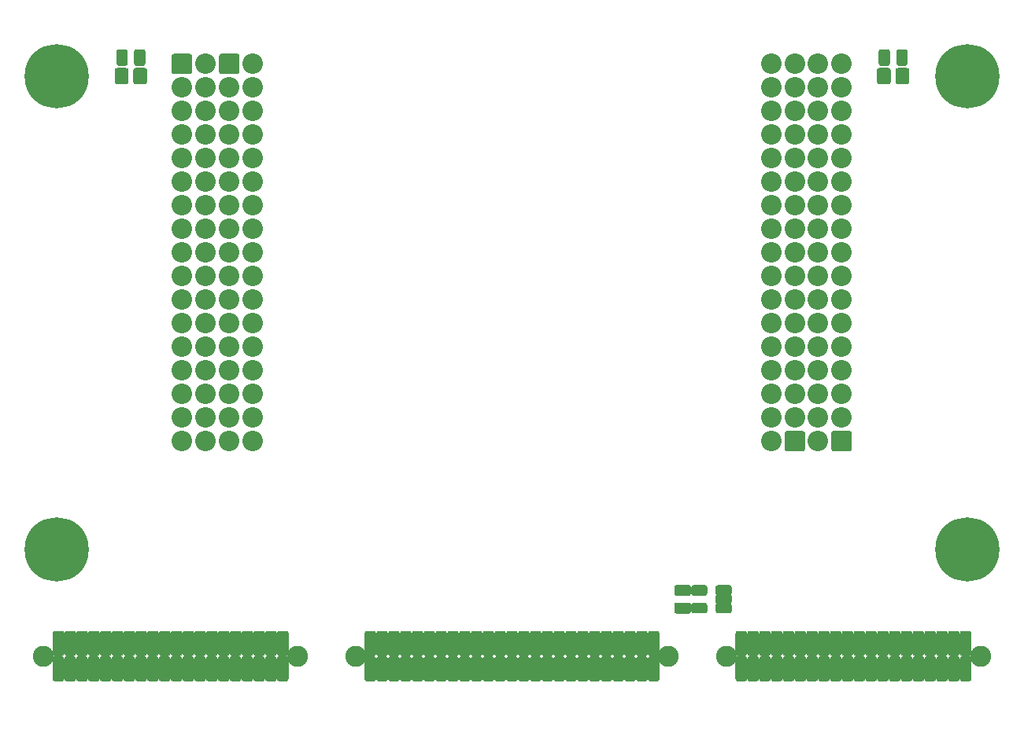
<source format=gts>
G04 #@! TF.GenerationSoftware,KiCad,Pcbnew,5.1.9+dfsg1-1~bpo10+1*
G04 #@! TF.CreationDate,2021-11-09T03:07:47+00:00*
G04 #@! TF.ProjectId,120-channel-pogo-pin-board,3132302d-6368-4616-9e6e-656c2d706f67,v3.4*
G04 #@! TF.SameCoordinates,Original*
G04 #@! TF.FileFunction,Soldermask,Top*
G04 #@! TF.FilePolarity,Negative*
%FSLAX46Y46*%
G04 Gerber Fmt 4.6, Leading zero omitted, Abs format (unit mm)*
G04 Created by KiCad (PCBNEW 5.1.9+dfsg1-1~bpo10+1) date 2021-11-09 03:07:47*
%MOMM*%
%LPD*%
G01*
G04 APERTURE LIST*
%ADD10O,2.208000X2.208000*%
%ADD11C,2.258000*%
%ADD12C,6.908000*%
G04 APERTURE END LIST*
G36*
G01*
X63379180Y-80537620D02*
X63379180Y-78837620D01*
G75*
G02*
X63633180Y-78583620I254000J0D01*
G01*
X65333180Y-78583620D01*
G75*
G02*
X65587180Y-78837620I0J-254000D01*
G01*
X65587180Y-80537620D01*
G75*
G02*
X65333180Y-80791620I-254000J0D01*
G01*
X63633180Y-80791620D01*
G75*
G02*
X63379180Y-80537620I0J254000D01*
G01*
G37*
D10*
X67023180Y-79687620D03*
X64483180Y-82227620D03*
X67023180Y-82227620D03*
X64483180Y-84767620D03*
X67023180Y-84767620D03*
X64483180Y-87307620D03*
X67023180Y-87307620D03*
X64483180Y-89847620D03*
X67023180Y-89847620D03*
X64483180Y-92387620D03*
X67023180Y-92387620D03*
X64483180Y-94927620D03*
X67023180Y-94927620D03*
X64483180Y-97467620D03*
X67023180Y-97467620D03*
X64483180Y-100007620D03*
X67023180Y-100007620D03*
X64483180Y-102547620D03*
X67023180Y-102547620D03*
X64483180Y-105087620D03*
X67023180Y-105087620D03*
X64483180Y-107627620D03*
X67023180Y-107627620D03*
X64483180Y-110167620D03*
X67023180Y-110167620D03*
X64483180Y-112707620D03*
X67023180Y-112707620D03*
X64483180Y-115247620D03*
X67023180Y-115247620D03*
X64483180Y-117787620D03*
X67023180Y-117787620D03*
X67023180Y-120327620D03*
X64483180Y-120327620D03*
G36*
G01*
X63284300Y-143226000D02*
X63284300Y-141006040D01*
G75*
G02*
X63538300Y-140752040I254000J0D01*
G01*
X64274900Y-140752040D01*
G75*
G02*
X64528900Y-141006040I0J-254000D01*
G01*
X64528900Y-143226000D01*
G75*
G02*
X64274900Y-143480000I-254000J0D01*
G01*
X63538300Y-143480000D01*
G75*
G02*
X63284300Y-143226000I0J254000D01*
G01*
G37*
G36*
G01*
X63284300Y-145953960D02*
X63284300Y-143734000D01*
G75*
G02*
X63538300Y-143480000I254000J0D01*
G01*
X64274900Y-143480000D01*
G75*
G02*
X64528900Y-143734000I0J-254000D01*
G01*
X64528900Y-145953960D01*
G75*
G02*
X64274900Y-146207960I-254000J0D01*
G01*
X63538300Y-146207960D01*
G75*
G02*
X63284300Y-145953960I0J254000D01*
G01*
G37*
G36*
G01*
X64554300Y-143226000D02*
X64554300Y-141006040D01*
G75*
G02*
X64808300Y-140752040I254000J0D01*
G01*
X65544900Y-140752040D01*
G75*
G02*
X65798900Y-141006040I0J-254000D01*
G01*
X65798900Y-143226000D01*
G75*
G02*
X65544900Y-143480000I-254000J0D01*
G01*
X64808300Y-143480000D01*
G75*
G02*
X64554300Y-143226000I0J254000D01*
G01*
G37*
G36*
G01*
X64554300Y-145953960D02*
X64554300Y-143734000D01*
G75*
G02*
X64808300Y-143480000I254000J0D01*
G01*
X65544900Y-143480000D01*
G75*
G02*
X65798900Y-143734000I0J-254000D01*
G01*
X65798900Y-145953960D01*
G75*
G02*
X65544900Y-146207960I-254000J0D01*
G01*
X64808300Y-146207960D01*
G75*
G02*
X64554300Y-145953960I0J254000D01*
G01*
G37*
G36*
G01*
X65824300Y-143226000D02*
X65824300Y-141006040D01*
G75*
G02*
X66078300Y-140752040I254000J0D01*
G01*
X66814900Y-140752040D01*
G75*
G02*
X67068900Y-141006040I0J-254000D01*
G01*
X67068900Y-143226000D01*
G75*
G02*
X66814900Y-143480000I-254000J0D01*
G01*
X66078300Y-143480000D01*
G75*
G02*
X65824300Y-143226000I0J254000D01*
G01*
G37*
G36*
G01*
X65824300Y-145953960D02*
X65824300Y-143734000D01*
G75*
G02*
X66078300Y-143480000I254000J0D01*
G01*
X66814900Y-143480000D01*
G75*
G02*
X67068900Y-143734000I0J-254000D01*
G01*
X67068900Y-145953960D01*
G75*
G02*
X66814900Y-146207960I-254000J0D01*
G01*
X66078300Y-146207960D01*
G75*
G02*
X65824300Y-145953960I0J254000D01*
G01*
G37*
G36*
G01*
X67094300Y-143226000D02*
X67094300Y-141006040D01*
G75*
G02*
X67348300Y-140752040I254000J0D01*
G01*
X68084900Y-140752040D01*
G75*
G02*
X68338900Y-141006040I0J-254000D01*
G01*
X68338900Y-143226000D01*
G75*
G02*
X68084900Y-143480000I-254000J0D01*
G01*
X67348300Y-143480000D01*
G75*
G02*
X67094300Y-143226000I0J254000D01*
G01*
G37*
G36*
G01*
X67094300Y-145953960D02*
X67094300Y-143734000D01*
G75*
G02*
X67348300Y-143480000I254000J0D01*
G01*
X68084900Y-143480000D01*
G75*
G02*
X68338900Y-143734000I0J-254000D01*
G01*
X68338900Y-145953960D01*
G75*
G02*
X68084900Y-146207960I-254000J0D01*
G01*
X67348300Y-146207960D01*
G75*
G02*
X67094300Y-145953960I0J254000D01*
G01*
G37*
G36*
G01*
X68364300Y-143226000D02*
X68364300Y-141006040D01*
G75*
G02*
X68618300Y-140752040I254000J0D01*
G01*
X69354900Y-140752040D01*
G75*
G02*
X69608900Y-141006040I0J-254000D01*
G01*
X69608900Y-143226000D01*
G75*
G02*
X69354900Y-143480000I-254000J0D01*
G01*
X68618300Y-143480000D01*
G75*
G02*
X68364300Y-143226000I0J254000D01*
G01*
G37*
G36*
G01*
X68364300Y-145953960D02*
X68364300Y-143734000D01*
G75*
G02*
X68618300Y-143480000I254000J0D01*
G01*
X69354900Y-143480000D01*
G75*
G02*
X69608900Y-143734000I0J-254000D01*
G01*
X69608900Y-145953960D01*
G75*
G02*
X69354900Y-146207960I-254000J0D01*
G01*
X68618300Y-146207960D01*
G75*
G02*
X68364300Y-145953960I0J254000D01*
G01*
G37*
G36*
G01*
X50584300Y-143226000D02*
X50584300Y-141006040D01*
G75*
G02*
X50838300Y-140752040I254000J0D01*
G01*
X51574900Y-140752040D01*
G75*
G02*
X51828900Y-141006040I0J-254000D01*
G01*
X51828900Y-143226000D01*
G75*
G02*
X51574900Y-143480000I-254000J0D01*
G01*
X50838300Y-143480000D01*
G75*
G02*
X50584300Y-143226000I0J254000D01*
G01*
G37*
G36*
G01*
X50584300Y-145953960D02*
X50584300Y-143734000D01*
G75*
G02*
X50838300Y-143480000I254000J0D01*
G01*
X51574900Y-143480000D01*
G75*
G02*
X51828900Y-143734000I0J-254000D01*
G01*
X51828900Y-145953960D01*
G75*
G02*
X51574900Y-146207960I-254000J0D01*
G01*
X50838300Y-146207960D01*
G75*
G02*
X50584300Y-145953960I0J254000D01*
G01*
G37*
G36*
G01*
X51854300Y-143226000D02*
X51854300Y-141006040D01*
G75*
G02*
X52108300Y-140752040I254000J0D01*
G01*
X52844900Y-140752040D01*
G75*
G02*
X53098900Y-141006040I0J-254000D01*
G01*
X53098900Y-143226000D01*
G75*
G02*
X52844900Y-143480000I-254000J0D01*
G01*
X52108300Y-143480000D01*
G75*
G02*
X51854300Y-143226000I0J254000D01*
G01*
G37*
G36*
G01*
X51854300Y-145953960D02*
X51854300Y-143734000D01*
G75*
G02*
X52108300Y-143480000I254000J0D01*
G01*
X52844900Y-143480000D01*
G75*
G02*
X53098900Y-143734000I0J-254000D01*
G01*
X53098900Y-145953960D01*
G75*
G02*
X52844900Y-146207960I-254000J0D01*
G01*
X52108300Y-146207960D01*
G75*
G02*
X51854300Y-145953960I0J254000D01*
G01*
G37*
G36*
G01*
X53124300Y-143226000D02*
X53124300Y-141006040D01*
G75*
G02*
X53378300Y-140752040I254000J0D01*
G01*
X54114900Y-140752040D01*
G75*
G02*
X54368900Y-141006040I0J-254000D01*
G01*
X54368900Y-143226000D01*
G75*
G02*
X54114900Y-143480000I-254000J0D01*
G01*
X53378300Y-143480000D01*
G75*
G02*
X53124300Y-143226000I0J254000D01*
G01*
G37*
G36*
G01*
X53124300Y-145953960D02*
X53124300Y-143734000D01*
G75*
G02*
X53378300Y-143480000I254000J0D01*
G01*
X54114900Y-143480000D01*
G75*
G02*
X54368900Y-143734000I0J-254000D01*
G01*
X54368900Y-145953960D01*
G75*
G02*
X54114900Y-146207960I-254000J0D01*
G01*
X53378300Y-146207960D01*
G75*
G02*
X53124300Y-145953960I0J254000D01*
G01*
G37*
G36*
G01*
X54394300Y-143226000D02*
X54394300Y-141006040D01*
G75*
G02*
X54648300Y-140752040I254000J0D01*
G01*
X55384900Y-140752040D01*
G75*
G02*
X55638900Y-141006040I0J-254000D01*
G01*
X55638900Y-143226000D01*
G75*
G02*
X55384900Y-143480000I-254000J0D01*
G01*
X54648300Y-143480000D01*
G75*
G02*
X54394300Y-143226000I0J254000D01*
G01*
G37*
G36*
G01*
X54394300Y-145953960D02*
X54394300Y-143734000D01*
G75*
G02*
X54648300Y-143480000I254000J0D01*
G01*
X55384900Y-143480000D01*
G75*
G02*
X55638900Y-143734000I0J-254000D01*
G01*
X55638900Y-145953960D01*
G75*
G02*
X55384900Y-146207960I-254000J0D01*
G01*
X54648300Y-146207960D01*
G75*
G02*
X54394300Y-145953960I0J254000D01*
G01*
G37*
G36*
G01*
X55664300Y-143226000D02*
X55664300Y-141006040D01*
G75*
G02*
X55918300Y-140752040I254000J0D01*
G01*
X56654900Y-140752040D01*
G75*
G02*
X56908900Y-141006040I0J-254000D01*
G01*
X56908900Y-143226000D01*
G75*
G02*
X56654900Y-143480000I-254000J0D01*
G01*
X55918300Y-143480000D01*
G75*
G02*
X55664300Y-143226000I0J254000D01*
G01*
G37*
G36*
G01*
X55664300Y-145953960D02*
X55664300Y-143734000D01*
G75*
G02*
X55918300Y-143480000I254000J0D01*
G01*
X56654900Y-143480000D01*
G75*
G02*
X56908900Y-143734000I0J-254000D01*
G01*
X56908900Y-145953960D01*
G75*
G02*
X56654900Y-146207960I-254000J0D01*
G01*
X55918300Y-146207960D01*
G75*
G02*
X55664300Y-145953960I0J254000D01*
G01*
G37*
G36*
G01*
X74714300Y-145953960D02*
X74714300Y-143734000D01*
G75*
G02*
X74968300Y-143480000I254000J0D01*
G01*
X75704900Y-143480000D01*
G75*
G02*
X75958900Y-143734000I0J-254000D01*
G01*
X75958900Y-145953960D01*
G75*
G02*
X75704900Y-146207960I-254000J0D01*
G01*
X74968300Y-146207960D01*
G75*
G02*
X74714300Y-145953960I0J254000D01*
G01*
G37*
G36*
G01*
X74714300Y-143226000D02*
X74714300Y-141006040D01*
G75*
G02*
X74968300Y-140752040I254000J0D01*
G01*
X75704900Y-140752040D01*
G75*
G02*
X75958900Y-141006040I0J-254000D01*
G01*
X75958900Y-143226000D01*
G75*
G02*
X75704900Y-143480000I-254000J0D01*
G01*
X74968300Y-143480000D01*
G75*
G02*
X74714300Y-143226000I0J254000D01*
G01*
G37*
G36*
G01*
X73444300Y-145953960D02*
X73444300Y-143734000D01*
G75*
G02*
X73698300Y-143480000I254000J0D01*
G01*
X74434900Y-143480000D01*
G75*
G02*
X74688900Y-143734000I0J-254000D01*
G01*
X74688900Y-145953960D01*
G75*
G02*
X74434900Y-146207960I-254000J0D01*
G01*
X73698300Y-146207960D01*
G75*
G02*
X73444300Y-145953960I0J254000D01*
G01*
G37*
G36*
G01*
X73444300Y-143226000D02*
X73444300Y-141006040D01*
G75*
G02*
X73698300Y-140752040I254000J0D01*
G01*
X74434900Y-140752040D01*
G75*
G02*
X74688900Y-141006040I0J-254000D01*
G01*
X74688900Y-143226000D01*
G75*
G02*
X74434900Y-143480000I-254000J0D01*
G01*
X73698300Y-143480000D01*
G75*
G02*
X73444300Y-143226000I0J254000D01*
G01*
G37*
G36*
G01*
X72174300Y-145953960D02*
X72174300Y-143734000D01*
G75*
G02*
X72428300Y-143480000I254000J0D01*
G01*
X73164900Y-143480000D01*
G75*
G02*
X73418900Y-143734000I0J-254000D01*
G01*
X73418900Y-145953960D01*
G75*
G02*
X73164900Y-146207960I-254000J0D01*
G01*
X72428300Y-146207960D01*
G75*
G02*
X72174300Y-145953960I0J254000D01*
G01*
G37*
G36*
G01*
X72174300Y-143226000D02*
X72174300Y-141006040D01*
G75*
G02*
X72428300Y-140752040I254000J0D01*
G01*
X73164900Y-140752040D01*
G75*
G02*
X73418900Y-141006040I0J-254000D01*
G01*
X73418900Y-143226000D01*
G75*
G02*
X73164900Y-143480000I-254000J0D01*
G01*
X72428300Y-143480000D01*
G75*
G02*
X72174300Y-143226000I0J254000D01*
G01*
G37*
G36*
G01*
X70904300Y-145953960D02*
X70904300Y-143734000D01*
G75*
G02*
X71158300Y-143480000I254000J0D01*
G01*
X71894900Y-143480000D01*
G75*
G02*
X72148900Y-143734000I0J-254000D01*
G01*
X72148900Y-145953960D01*
G75*
G02*
X71894900Y-146207960I-254000J0D01*
G01*
X71158300Y-146207960D01*
G75*
G02*
X70904300Y-145953960I0J254000D01*
G01*
G37*
G36*
G01*
X70904300Y-143226000D02*
X70904300Y-141006040D01*
G75*
G02*
X71158300Y-140752040I254000J0D01*
G01*
X71894900Y-140752040D01*
G75*
G02*
X72148900Y-141006040I0J-254000D01*
G01*
X72148900Y-143226000D01*
G75*
G02*
X71894900Y-143480000I-254000J0D01*
G01*
X71158300Y-143480000D01*
G75*
G02*
X70904300Y-143226000I0J254000D01*
G01*
G37*
G36*
G01*
X69634300Y-145953960D02*
X69634300Y-143734000D01*
G75*
G02*
X69888300Y-143480000I254000J0D01*
G01*
X70624900Y-143480000D01*
G75*
G02*
X70878900Y-143734000I0J-254000D01*
G01*
X70878900Y-145953960D01*
G75*
G02*
X70624900Y-146207960I-254000J0D01*
G01*
X69888300Y-146207960D01*
G75*
G02*
X69634300Y-145953960I0J254000D01*
G01*
G37*
G36*
G01*
X69634300Y-143226000D02*
X69634300Y-141006040D01*
G75*
G02*
X69888300Y-140752040I254000J0D01*
G01*
X70624900Y-140752040D01*
G75*
G02*
X70878900Y-141006040I0J-254000D01*
G01*
X70878900Y-143226000D01*
G75*
G02*
X70624900Y-143480000I-254000J0D01*
G01*
X69888300Y-143480000D01*
G75*
G02*
X69634300Y-143226000I0J254000D01*
G01*
G37*
G36*
G01*
X62014300Y-145953960D02*
X62014300Y-143734000D01*
G75*
G02*
X62268300Y-143480000I254000J0D01*
G01*
X63004900Y-143480000D01*
G75*
G02*
X63258900Y-143734000I0J-254000D01*
G01*
X63258900Y-145953960D01*
G75*
G02*
X63004900Y-146207960I-254000J0D01*
G01*
X62268300Y-146207960D01*
G75*
G02*
X62014300Y-145953960I0J254000D01*
G01*
G37*
G36*
G01*
X62014300Y-143226000D02*
X62014300Y-141006040D01*
G75*
G02*
X62268300Y-140752040I254000J0D01*
G01*
X63004900Y-140752040D01*
G75*
G02*
X63258900Y-141006040I0J-254000D01*
G01*
X63258900Y-143226000D01*
G75*
G02*
X63004900Y-143480000I-254000J0D01*
G01*
X62268300Y-143480000D01*
G75*
G02*
X62014300Y-143226000I0J254000D01*
G01*
G37*
G36*
G01*
X60744300Y-145953960D02*
X60744300Y-143734000D01*
G75*
G02*
X60998300Y-143480000I254000J0D01*
G01*
X61734900Y-143480000D01*
G75*
G02*
X61988900Y-143734000I0J-254000D01*
G01*
X61988900Y-145953960D01*
G75*
G02*
X61734900Y-146207960I-254000J0D01*
G01*
X60998300Y-146207960D01*
G75*
G02*
X60744300Y-145953960I0J254000D01*
G01*
G37*
G36*
G01*
X60744300Y-143226000D02*
X60744300Y-141006040D01*
G75*
G02*
X60998300Y-140752040I254000J0D01*
G01*
X61734900Y-140752040D01*
G75*
G02*
X61988900Y-141006040I0J-254000D01*
G01*
X61988900Y-143226000D01*
G75*
G02*
X61734900Y-143480000I-254000J0D01*
G01*
X60998300Y-143480000D01*
G75*
G02*
X60744300Y-143226000I0J254000D01*
G01*
G37*
G36*
G01*
X59474300Y-145953960D02*
X59474300Y-143734000D01*
G75*
G02*
X59728300Y-143480000I254000J0D01*
G01*
X60464900Y-143480000D01*
G75*
G02*
X60718900Y-143734000I0J-254000D01*
G01*
X60718900Y-145953960D01*
G75*
G02*
X60464900Y-146207960I-254000J0D01*
G01*
X59728300Y-146207960D01*
G75*
G02*
X59474300Y-145953960I0J254000D01*
G01*
G37*
G36*
G01*
X59474300Y-143226000D02*
X59474300Y-141006040D01*
G75*
G02*
X59728300Y-140752040I254000J0D01*
G01*
X60464900Y-140752040D01*
G75*
G02*
X60718900Y-141006040I0J-254000D01*
G01*
X60718900Y-143226000D01*
G75*
G02*
X60464900Y-143480000I-254000J0D01*
G01*
X59728300Y-143480000D01*
G75*
G02*
X59474300Y-143226000I0J254000D01*
G01*
G37*
G36*
G01*
X58204300Y-145953960D02*
X58204300Y-143734000D01*
G75*
G02*
X58458300Y-143480000I254000J0D01*
G01*
X59194900Y-143480000D01*
G75*
G02*
X59448900Y-143734000I0J-254000D01*
G01*
X59448900Y-145953960D01*
G75*
G02*
X59194900Y-146207960I-254000J0D01*
G01*
X58458300Y-146207960D01*
G75*
G02*
X58204300Y-145953960I0J254000D01*
G01*
G37*
G36*
G01*
X58204300Y-143226000D02*
X58204300Y-141006040D01*
G75*
G02*
X58458300Y-140752040I254000J0D01*
G01*
X59194900Y-140752040D01*
G75*
G02*
X59448900Y-141006040I0J-254000D01*
G01*
X59448900Y-143226000D01*
G75*
G02*
X59194900Y-143480000I-254000J0D01*
G01*
X58458300Y-143480000D01*
G75*
G02*
X58204300Y-143226000I0J254000D01*
G01*
G37*
G36*
G01*
X56934300Y-145953960D02*
X56934300Y-143734000D01*
G75*
G02*
X57188300Y-143480000I254000J0D01*
G01*
X57924900Y-143480000D01*
G75*
G02*
X58178900Y-143734000I0J-254000D01*
G01*
X58178900Y-145953960D01*
G75*
G02*
X57924900Y-146207960I-254000J0D01*
G01*
X57188300Y-146207960D01*
G75*
G02*
X56934300Y-145953960I0J254000D01*
G01*
G37*
G36*
G01*
X56934300Y-143226000D02*
X56934300Y-141006040D01*
G75*
G02*
X57188300Y-140752040I254000J0D01*
G01*
X57924900Y-140752040D01*
G75*
G02*
X58178900Y-141006040I0J-254000D01*
G01*
X58178900Y-143226000D01*
G75*
G02*
X57924900Y-143480000I-254000J0D01*
G01*
X57188300Y-143480000D01*
G75*
G02*
X56934300Y-143226000I0J254000D01*
G01*
G37*
D11*
X49619100Y-143480000D03*
X76924100Y-143480000D03*
D12*
X149000000Y-81000000D03*
X51000000Y-81000000D03*
X149000000Y-132000000D03*
X51000000Y-132000000D03*
G36*
G01*
X139246000Y-81625000D02*
X139246000Y-80375000D01*
G75*
G02*
X139500000Y-80121000I254000J0D01*
G01*
X140500000Y-80121000D01*
G75*
G02*
X140754000Y-80375000I0J-254000D01*
G01*
X140754000Y-81625000D01*
G75*
G02*
X140500000Y-81879000I-254000J0D01*
G01*
X139500000Y-81879000D01*
G75*
G02*
X139246000Y-81625000I0J254000D01*
G01*
G37*
G36*
G01*
X141246000Y-81625000D02*
X141246000Y-80375000D01*
G75*
G02*
X141500000Y-80121000I254000J0D01*
G01*
X142500000Y-80121000D01*
G75*
G02*
X142754000Y-80375000I0J-254000D01*
G01*
X142754000Y-81625000D01*
G75*
G02*
X142500000Y-81879000I-254000J0D01*
G01*
X141500000Y-81879000D01*
G75*
G02*
X141246000Y-81625000I0J254000D01*
G01*
G37*
G36*
G01*
X60754000Y-80375000D02*
X60754000Y-81625000D01*
G75*
G02*
X60500000Y-81879000I-254000J0D01*
G01*
X59500000Y-81879000D01*
G75*
G02*
X59246000Y-81625000I0J254000D01*
G01*
X59246000Y-80375000D01*
G75*
G02*
X59500000Y-80121000I254000J0D01*
G01*
X60500000Y-80121000D01*
G75*
G02*
X60754000Y-80375000I0J-254000D01*
G01*
G37*
G36*
G01*
X58754000Y-80375000D02*
X58754000Y-81625000D01*
G75*
G02*
X58500000Y-81879000I-254000J0D01*
G01*
X57500000Y-81879000D01*
G75*
G02*
X57246000Y-81625000I0J254000D01*
G01*
X57246000Y-80375000D01*
G75*
G02*
X57500000Y-80121000I254000J0D01*
G01*
X58500000Y-80121000D01*
G75*
G02*
X58754000Y-80375000I0J-254000D01*
G01*
G37*
G36*
G01*
X139446000Y-79650000D02*
X139446000Y-78350000D01*
G75*
G02*
X139700000Y-78096000I254000J0D01*
G01*
X140400000Y-78096000D01*
G75*
G02*
X140654000Y-78350000I0J-254000D01*
G01*
X140654000Y-79650000D01*
G75*
G02*
X140400000Y-79904000I-254000J0D01*
G01*
X139700000Y-79904000D01*
G75*
G02*
X139446000Y-79650000I0J254000D01*
G01*
G37*
G36*
G01*
X141346000Y-79650000D02*
X141346000Y-78350000D01*
G75*
G02*
X141600000Y-78096000I254000J0D01*
G01*
X142300000Y-78096000D01*
G75*
G02*
X142554000Y-78350000I0J-254000D01*
G01*
X142554000Y-79650000D01*
G75*
G02*
X142300000Y-79904000I-254000J0D01*
G01*
X141600000Y-79904000D01*
G75*
G02*
X141346000Y-79650000I0J254000D01*
G01*
G37*
G36*
G01*
X60554000Y-78350000D02*
X60554000Y-79650000D01*
G75*
G02*
X60300000Y-79904000I-254000J0D01*
G01*
X59600000Y-79904000D01*
G75*
G02*
X59346000Y-79650000I0J254000D01*
G01*
X59346000Y-78350000D01*
G75*
G02*
X59600000Y-78096000I254000J0D01*
G01*
X60300000Y-78096000D01*
G75*
G02*
X60554000Y-78350000I0J-254000D01*
G01*
G37*
G36*
G01*
X58654000Y-78350000D02*
X58654000Y-79650000D01*
G75*
G02*
X58400000Y-79904000I-254000J0D01*
G01*
X57700000Y-79904000D01*
G75*
G02*
X57446000Y-79650000I0J254000D01*
G01*
X57446000Y-78350000D01*
G75*
G02*
X57700000Y-78096000I254000J0D01*
G01*
X58400000Y-78096000D01*
G75*
G02*
X58654000Y-78350000I0J-254000D01*
G01*
G37*
G36*
G01*
X119000000Y-138904000D02*
X117700000Y-138904000D01*
G75*
G02*
X117446000Y-138650000I0J254000D01*
G01*
X117446000Y-137950000D01*
G75*
G02*
X117700000Y-137696000I254000J0D01*
G01*
X119000000Y-137696000D01*
G75*
G02*
X119254000Y-137950000I0J-254000D01*
G01*
X119254000Y-138650000D01*
G75*
G02*
X119000000Y-138904000I-254000J0D01*
G01*
G37*
G36*
G01*
X119000000Y-137004000D02*
X117700000Y-137004000D01*
G75*
G02*
X117446000Y-136750000I0J254000D01*
G01*
X117446000Y-136050000D01*
G75*
G02*
X117700000Y-135796000I254000J0D01*
G01*
X119000000Y-135796000D01*
G75*
G02*
X119254000Y-136050000I0J-254000D01*
G01*
X119254000Y-136750000D01*
G75*
G02*
X119000000Y-137004000I-254000J0D01*
G01*
G37*
G36*
G01*
X123624000Y-137975000D02*
X123624000Y-138625000D01*
G75*
G02*
X123370000Y-138879000I-254000J0D01*
G01*
X122150000Y-138879000D01*
G75*
G02*
X121896000Y-138625000I0J254000D01*
G01*
X121896000Y-137975000D01*
G75*
G02*
X122150000Y-137721000I254000J0D01*
G01*
X123370000Y-137721000D01*
G75*
G02*
X123624000Y-137975000I0J-254000D01*
G01*
G37*
G36*
G01*
X123624000Y-137025000D02*
X123624000Y-137675000D01*
G75*
G02*
X123370000Y-137929000I-254000J0D01*
G01*
X122150000Y-137929000D01*
G75*
G02*
X121896000Y-137675000I0J254000D01*
G01*
X121896000Y-137025000D01*
G75*
G02*
X122150000Y-136771000I254000J0D01*
G01*
X123370000Y-136771000D01*
G75*
G02*
X123624000Y-137025000I0J-254000D01*
G01*
G37*
G36*
G01*
X123624000Y-136075000D02*
X123624000Y-136725000D01*
G75*
G02*
X123370000Y-136979000I-254000J0D01*
G01*
X122150000Y-136979000D01*
G75*
G02*
X121896000Y-136725000I0J254000D01*
G01*
X121896000Y-136075000D01*
G75*
G02*
X122150000Y-135821000I254000J0D01*
G01*
X123370000Y-135821000D01*
G75*
G02*
X123624000Y-136075000I0J-254000D01*
G01*
G37*
G36*
G01*
X121004000Y-136075000D02*
X121004000Y-136725000D01*
G75*
G02*
X120750000Y-136979000I-254000J0D01*
G01*
X119530000Y-136979000D01*
G75*
G02*
X119276000Y-136725000I0J254000D01*
G01*
X119276000Y-136075000D01*
G75*
G02*
X119530000Y-135821000I254000J0D01*
G01*
X120750000Y-135821000D01*
G75*
G02*
X121004000Y-136075000I0J-254000D01*
G01*
G37*
G36*
G01*
X121004000Y-137975000D02*
X121004000Y-138625000D01*
G75*
G02*
X120750000Y-138879000I-254000J0D01*
G01*
X119530000Y-138879000D01*
G75*
G02*
X119276000Y-138625000I0J254000D01*
G01*
X119276000Y-137975000D01*
G75*
G02*
X119530000Y-137721000I254000J0D01*
G01*
X120750000Y-137721000D01*
G75*
G02*
X121004000Y-137975000I0J-254000D01*
G01*
G37*
G36*
G01*
X85407700Y-145953960D02*
X85407700Y-143734000D01*
G75*
G02*
X85661700Y-143480000I254000J0D01*
G01*
X86398300Y-143480000D01*
G75*
G02*
X86652300Y-143734000I0J-254000D01*
G01*
X86652300Y-145953960D01*
G75*
G02*
X86398300Y-146207960I-254000J0D01*
G01*
X85661700Y-146207960D01*
G75*
G02*
X85407700Y-145953960I0J254000D01*
G01*
G37*
G36*
G01*
X85407700Y-143226000D02*
X85407700Y-141006040D01*
G75*
G02*
X85661700Y-140752040I254000J0D01*
G01*
X86398300Y-140752040D01*
G75*
G02*
X86652300Y-141006040I0J-254000D01*
G01*
X86652300Y-143226000D01*
G75*
G02*
X86398300Y-143480000I-254000J0D01*
G01*
X85661700Y-143480000D01*
G75*
G02*
X85407700Y-143226000I0J254000D01*
G01*
G37*
G36*
G01*
X94297700Y-145953960D02*
X94297700Y-143734000D01*
G75*
G02*
X94551700Y-143480000I254000J0D01*
G01*
X95288300Y-143480000D01*
G75*
G02*
X95542300Y-143734000I0J-254000D01*
G01*
X95542300Y-145953960D01*
G75*
G02*
X95288300Y-146207960I-254000J0D01*
G01*
X94551700Y-146207960D01*
G75*
G02*
X94297700Y-145953960I0J254000D01*
G01*
G37*
G36*
G01*
X94297700Y-143226000D02*
X94297700Y-141006040D01*
G75*
G02*
X94551700Y-140752040I254000J0D01*
G01*
X95288300Y-140752040D01*
G75*
G02*
X95542300Y-141006040I0J-254000D01*
G01*
X95542300Y-143226000D01*
G75*
G02*
X95288300Y-143480000I-254000J0D01*
G01*
X94551700Y-143480000D01*
G75*
G02*
X94297700Y-143226000I0J254000D01*
G01*
G37*
G36*
G01*
X93027700Y-145953960D02*
X93027700Y-143734000D01*
G75*
G02*
X93281700Y-143480000I254000J0D01*
G01*
X94018300Y-143480000D01*
G75*
G02*
X94272300Y-143734000I0J-254000D01*
G01*
X94272300Y-145953960D01*
G75*
G02*
X94018300Y-146207960I-254000J0D01*
G01*
X93281700Y-146207960D01*
G75*
G02*
X93027700Y-145953960I0J254000D01*
G01*
G37*
G36*
G01*
X93027700Y-143226000D02*
X93027700Y-141006040D01*
G75*
G02*
X93281700Y-140752040I254000J0D01*
G01*
X94018300Y-140752040D01*
G75*
G02*
X94272300Y-141006040I0J-254000D01*
G01*
X94272300Y-143226000D01*
G75*
G02*
X94018300Y-143480000I-254000J0D01*
G01*
X93281700Y-143480000D01*
G75*
G02*
X93027700Y-143226000I0J254000D01*
G01*
G37*
G36*
G01*
X91757700Y-145953960D02*
X91757700Y-143734000D01*
G75*
G02*
X92011700Y-143480000I254000J0D01*
G01*
X92748300Y-143480000D01*
G75*
G02*
X93002300Y-143734000I0J-254000D01*
G01*
X93002300Y-145953960D01*
G75*
G02*
X92748300Y-146207960I-254000J0D01*
G01*
X92011700Y-146207960D01*
G75*
G02*
X91757700Y-145953960I0J254000D01*
G01*
G37*
G36*
G01*
X91757700Y-143226000D02*
X91757700Y-141006040D01*
G75*
G02*
X92011700Y-140752040I254000J0D01*
G01*
X92748300Y-140752040D01*
G75*
G02*
X93002300Y-141006040I0J-254000D01*
G01*
X93002300Y-143226000D01*
G75*
G02*
X92748300Y-143480000I-254000J0D01*
G01*
X92011700Y-143480000D01*
G75*
G02*
X91757700Y-143226000I0J254000D01*
G01*
G37*
G36*
G01*
X90487700Y-145953960D02*
X90487700Y-143734000D01*
G75*
G02*
X90741700Y-143480000I254000J0D01*
G01*
X91478300Y-143480000D01*
G75*
G02*
X91732300Y-143734000I0J-254000D01*
G01*
X91732300Y-145953960D01*
G75*
G02*
X91478300Y-146207960I-254000J0D01*
G01*
X90741700Y-146207960D01*
G75*
G02*
X90487700Y-145953960I0J254000D01*
G01*
G37*
G36*
G01*
X90487700Y-143226000D02*
X90487700Y-141006040D01*
G75*
G02*
X90741700Y-140752040I254000J0D01*
G01*
X91478300Y-140752040D01*
G75*
G02*
X91732300Y-141006040I0J-254000D01*
G01*
X91732300Y-143226000D01*
G75*
G02*
X91478300Y-143480000I-254000J0D01*
G01*
X90741700Y-143480000D01*
G75*
G02*
X90487700Y-143226000I0J254000D01*
G01*
G37*
G36*
G01*
X103187700Y-143226000D02*
X103187700Y-141006040D01*
G75*
G02*
X103441700Y-140752040I254000J0D01*
G01*
X104178300Y-140752040D01*
G75*
G02*
X104432300Y-141006040I0J-254000D01*
G01*
X104432300Y-143226000D01*
G75*
G02*
X104178300Y-143480000I-254000J0D01*
G01*
X103441700Y-143480000D01*
G75*
G02*
X103187700Y-143226000I0J254000D01*
G01*
G37*
G36*
G01*
X103187700Y-145953960D02*
X103187700Y-143734000D01*
G75*
G02*
X103441700Y-143480000I254000J0D01*
G01*
X104178300Y-143480000D01*
G75*
G02*
X104432300Y-143734000I0J-254000D01*
G01*
X104432300Y-145953960D01*
G75*
G02*
X104178300Y-146207960I-254000J0D01*
G01*
X103441700Y-146207960D01*
G75*
G02*
X103187700Y-145953960I0J254000D01*
G01*
G37*
G36*
G01*
X104457700Y-143226000D02*
X104457700Y-141006040D01*
G75*
G02*
X104711700Y-140752040I254000J0D01*
G01*
X105448300Y-140752040D01*
G75*
G02*
X105702300Y-141006040I0J-254000D01*
G01*
X105702300Y-143226000D01*
G75*
G02*
X105448300Y-143480000I-254000J0D01*
G01*
X104711700Y-143480000D01*
G75*
G02*
X104457700Y-143226000I0J254000D01*
G01*
G37*
G36*
G01*
X104457700Y-145953960D02*
X104457700Y-143734000D01*
G75*
G02*
X104711700Y-143480000I254000J0D01*
G01*
X105448300Y-143480000D01*
G75*
G02*
X105702300Y-143734000I0J-254000D01*
G01*
X105702300Y-145953960D01*
G75*
G02*
X105448300Y-146207960I-254000J0D01*
G01*
X104711700Y-146207960D01*
G75*
G02*
X104457700Y-145953960I0J254000D01*
G01*
G37*
G36*
G01*
X105727700Y-143226000D02*
X105727700Y-141006040D01*
G75*
G02*
X105981700Y-140752040I254000J0D01*
G01*
X106718300Y-140752040D01*
G75*
G02*
X106972300Y-141006040I0J-254000D01*
G01*
X106972300Y-143226000D01*
G75*
G02*
X106718300Y-143480000I-254000J0D01*
G01*
X105981700Y-143480000D01*
G75*
G02*
X105727700Y-143226000I0J254000D01*
G01*
G37*
G36*
G01*
X105727700Y-145953960D02*
X105727700Y-143734000D01*
G75*
G02*
X105981700Y-143480000I254000J0D01*
G01*
X106718300Y-143480000D01*
G75*
G02*
X106972300Y-143734000I0J-254000D01*
G01*
X106972300Y-145953960D01*
G75*
G02*
X106718300Y-146207960I-254000J0D01*
G01*
X105981700Y-146207960D01*
G75*
G02*
X105727700Y-145953960I0J254000D01*
G01*
G37*
G36*
G01*
X106997700Y-143226000D02*
X106997700Y-141006040D01*
G75*
G02*
X107251700Y-140752040I254000J0D01*
G01*
X107988300Y-140752040D01*
G75*
G02*
X108242300Y-141006040I0J-254000D01*
G01*
X108242300Y-143226000D01*
G75*
G02*
X107988300Y-143480000I-254000J0D01*
G01*
X107251700Y-143480000D01*
G75*
G02*
X106997700Y-143226000I0J254000D01*
G01*
G37*
G36*
G01*
X106997700Y-145953960D02*
X106997700Y-143734000D01*
G75*
G02*
X107251700Y-143480000I254000J0D01*
G01*
X107988300Y-143480000D01*
G75*
G02*
X108242300Y-143734000I0J-254000D01*
G01*
X108242300Y-145953960D01*
G75*
G02*
X107988300Y-146207960I-254000J0D01*
G01*
X107251700Y-146207960D01*
G75*
G02*
X106997700Y-145953960I0J254000D01*
G01*
G37*
G36*
G01*
X108267700Y-143226000D02*
X108267700Y-141006040D01*
G75*
G02*
X108521700Y-140752040I254000J0D01*
G01*
X109258300Y-140752040D01*
G75*
G02*
X109512300Y-141006040I0J-254000D01*
G01*
X109512300Y-143226000D01*
G75*
G02*
X109258300Y-143480000I-254000J0D01*
G01*
X108521700Y-143480000D01*
G75*
G02*
X108267700Y-143226000I0J254000D01*
G01*
G37*
G36*
G01*
X108267700Y-145953960D02*
X108267700Y-143734000D01*
G75*
G02*
X108521700Y-143480000I254000J0D01*
G01*
X109258300Y-143480000D01*
G75*
G02*
X109512300Y-143734000I0J-254000D01*
G01*
X109512300Y-145953960D01*
G75*
G02*
X109258300Y-146207960I-254000J0D01*
G01*
X108521700Y-146207960D01*
G75*
G02*
X108267700Y-145953960I0J254000D01*
G01*
G37*
G36*
G01*
X84137700Y-143226000D02*
X84137700Y-141006040D01*
G75*
G02*
X84391700Y-140752040I254000J0D01*
G01*
X85128300Y-140752040D01*
G75*
G02*
X85382300Y-141006040I0J-254000D01*
G01*
X85382300Y-143226000D01*
G75*
G02*
X85128300Y-143480000I-254000J0D01*
G01*
X84391700Y-143480000D01*
G75*
G02*
X84137700Y-143226000I0J254000D01*
G01*
G37*
G36*
G01*
X84137700Y-145953960D02*
X84137700Y-143734000D01*
G75*
G02*
X84391700Y-143480000I254000J0D01*
G01*
X85128300Y-143480000D01*
G75*
G02*
X85382300Y-143734000I0J-254000D01*
G01*
X85382300Y-145953960D01*
G75*
G02*
X85128300Y-146207960I-254000J0D01*
G01*
X84391700Y-146207960D01*
G75*
G02*
X84137700Y-145953960I0J254000D01*
G01*
G37*
G36*
G01*
X86677700Y-143226000D02*
X86677700Y-141006040D01*
G75*
G02*
X86931700Y-140752040I254000J0D01*
G01*
X87668300Y-140752040D01*
G75*
G02*
X87922300Y-141006040I0J-254000D01*
G01*
X87922300Y-143226000D01*
G75*
G02*
X87668300Y-143480000I-254000J0D01*
G01*
X86931700Y-143480000D01*
G75*
G02*
X86677700Y-143226000I0J254000D01*
G01*
G37*
G36*
G01*
X86677700Y-145953960D02*
X86677700Y-143734000D01*
G75*
G02*
X86931700Y-143480000I254000J0D01*
G01*
X87668300Y-143480000D01*
G75*
G02*
X87922300Y-143734000I0J-254000D01*
G01*
X87922300Y-145953960D01*
G75*
G02*
X87668300Y-146207960I-254000J0D01*
G01*
X86931700Y-146207960D01*
G75*
G02*
X86677700Y-145953960I0J254000D01*
G01*
G37*
G36*
G01*
X87947700Y-143226000D02*
X87947700Y-141006040D01*
G75*
G02*
X88201700Y-140752040I254000J0D01*
G01*
X88938300Y-140752040D01*
G75*
G02*
X89192300Y-141006040I0J-254000D01*
G01*
X89192300Y-143226000D01*
G75*
G02*
X88938300Y-143480000I-254000J0D01*
G01*
X88201700Y-143480000D01*
G75*
G02*
X87947700Y-143226000I0J254000D01*
G01*
G37*
G36*
G01*
X87947700Y-145953960D02*
X87947700Y-143734000D01*
G75*
G02*
X88201700Y-143480000I254000J0D01*
G01*
X88938300Y-143480000D01*
G75*
G02*
X89192300Y-143734000I0J-254000D01*
G01*
X89192300Y-145953960D01*
G75*
G02*
X88938300Y-146207960I-254000J0D01*
G01*
X88201700Y-146207960D01*
G75*
G02*
X87947700Y-145953960I0J254000D01*
G01*
G37*
G36*
G01*
X89217700Y-143226000D02*
X89217700Y-141006040D01*
G75*
G02*
X89471700Y-140752040I254000J0D01*
G01*
X90208300Y-140752040D01*
G75*
G02*
X90462300Y-141006040I0J-254000D01*
G01*
X90462300Y-143226000D01*
G75*
G02*
X90208300Y-143480000I-254000J0D01*
G01*
X89471700Y-143480000D01*
G75*
G02*
X89217700Y-143226000I0J254000D01*
G01*
G37*
G36*
G01*
X89217700Y-145953960D02*
X89217700Y-143734000D01*
G75*
G02*
X89471700Y-143480000I254000J0D01*
G01*
X90208300Y-143480000D01*
G75*
G02*
X90462300Y-143734000I0J-254000D01*
G01*
X90462300Y-145953960D01*
G75*
G02*
X90208300Y-146207960I-254000J0D01*
G01*
X89471700Y-146207960D01*
G75*
G02*
X89217700Y-145953960I0J254000D01*
G01*
G37*
G36*
G01*
X95567700Y-143226000D02*
X95567700Y-141006040D01*
G75*
G02*
X95821700Y-140752040I254000J0D01*
G01*
X96558300Y-140752040D01*
G75*
G02*
X96812300Y-141006040I0J-254000D01*
G01*
X96812300Y-143226000D01*
G75*
G02*
X96558300Y-143480000I-254000J0D01*
G01*
X95821700Y-143480000D01*
G75*
G02*
X95567700Y-143226000I0J254000D01*
G01*
G37*
G36*
G01*
X95567700Y-145953960D02*
X95567700Y-143734000D01*
G75*
G02*
X95821700Y-143480000I254000J0D01*
G01*
X96558300Y-143480000D01*
G75*
G02*
X96812300Y-143734000I0J-254000D01*
G01*
X96812300Y-145953960D01*
G75*
G02*
X96558300Y-146207960I-254000J0D01*
G01*
X95821700Y-146207960D01*
G75*
G02*
X95567700Y-145953960I0J254000D01*
G01*
G37*
G36*
G01*
X114617700Y-145953960D02*
X114617700Y-143734000D01*
G75*
G02*
X114871700Y-143480000I254000J0D01*
G01*
X115608300Y-143480000D01*
G75*
G02*
X115862300Y-143734000I0J-254000D01*
G01*
X115862300Y-145953960D01*
G75*
G02*
X115608300Y-146207960I-254000J0D01*
G01*
X114871700Y-146207960D01*
G75*
G02*
X114617700Y-145953960I0J254000D01*
G01*
G37*
G36*
G01*
X114617700Y-143226000D02*
X114617700Y-141006040D01*
G75*
G02*
X114871700Y-140752040I254000J0D01*
G01*
X115608300Y-140752040D01*
G75*
G02*
X115862300Y-141006040I0J-254000D01*
G01*
X115862300Y-143226000D01*
G75*
G02*
X115608300Y-143480000I-254000J0D01*
G01*
X114871700Y-143480000D01*
G75*
G02*
X114617700Y-143226000I0J254000D01*
G01*
G37*
G36*
G01*
X113347700Y-145953960D02*
X113347700Y-143734000D01*
G75*
G02*
X113601700Y-143480000I254000J0D01*
G01*
X114338300Y-143480000D01*
G75*
G02*
X114592300Y-143734000I0J-254000D01*
G01*
X114592300Y-145953960D01*
G75*
G02*
X114338300Y-146207960I-254000J0D01*
G01*
X113601700Y-146207960D01*
G75*
G02*
X113347700Y-145953960I0J254000D01*
G01*
G37*
G36*
G01*
X113347700Y-143226000D02*
X113347700Y-141006040D01*
G75*
G02*
X113601700Y-140752040I254000J0D01*
G01*
X114338300Y-140752040D01*
G75*
G02*
X114592300Y-141006040I0J-254000D01*
G01*
X114592300Y-143226000D01*
G75*
G02*
X114338300Y-143480000I-254000J0D01*
G01*
X113601700Y-143480000D01*
G75*
G02*
X113347700Y-143226000I0J254000D01*
G01*
G37*
G36*
G01*
X112077700Y-145953960D02*
X112077700Y-143734000D01*
G75*
G02*
X112331700Y-143480000I254000J0D01*
G01*
X113068300Y-143480000D01*
G75*
G02*
X113322300Y-143734000I0J-254000D01*
G01*
X113322300Y-145953960D01*
G75*
G02*
X113068300Y-146207960I-254000J0D01*
G01*
X112331700Y-146207960D01*
G75*
G02*
X112077700Y-145953960I0J254000D01*
G01*
G37*
G36*
G01*
X112077700Y-143226000D02*
X112077700Y-141006040D01*
G75*
G02*
X112331700Y-140752040I254000J0D01*
G01*
X113068300Y-140752040D01*
G75*
G02*
X113322300Y-141006040I0J-254000D01*
G01*
X113322300Y-143226000D01*
G75*
G02*
X113068300Y-143480000I-254000J0D01*
G01*
X112331700Y-143480000D01*
G75*
G02*
X112077700Y-143226000I0J254000D01*
G01*
G37*
G36*
G01*
X110807700Y-145953960D02*
X110807700Y-143734000D01*
G75*
G02*
X111061700Y-143480000I254000J0D01*
G01*
X111798300Y-143480000D01*
G75*
G02*
X112052300Y-143734000I0J-254000D01*
G01*
X112052300Y-145953960D01*
G75*
G02*
X111798300Y-146207960I-254000J0D01*
G01*
X111061700Y-146207960D01*
G75*
G02*
X110807700Y-145953960I0J254000D01*
G01*
G37*
G36*
G01*
X110807700Y-143226000D02*
X110807700Y-141006040D01*
G75*
G02*
X111061700Y-140752040I254000J0D01*
G01*
X111798300Y-140752040D01*
G75*
G02*
X112052300Y-141006040I0J-254000D01*
G01*
X112052300Y-143226000D01*
G75*
G02*
X111798300Y-143480000I-254000J0D01*
G01*
X111061700Y-143480000D01*
G75*
G02*
X110807700Y-143226000I0J254000D01*
G01*
G37*
G36*
G01*
X109537700Y-145953960D02*
X109537700Y-143734000D01*
G75*
G02*
X109791700Y-143480000I254000J0D01*
G01*
X110528300Y-143480000D01*
G75*
G02*
X110782300Y-143734000I0J-254000D01*
G01*
X110782300Y-145953960D01*
G75*
G02*
X110528300Y-146207960I-254000J0D01*
G01*
X109791700Y-146207960D01*
G75*
G02*
X109537700Y-145953960I0J254000D01*
G01*
G37*
G36*
G01*
X109537700Y-143226000D02*
X109537700Y-141006040D01*
G75*
G02*
X109791700Y-140752040I254000J0D01*
G01*
X110528300Y-140752040D01*
G75*
G02*
X110782300Y-141006040I0J-254000D01*
G01*
X110782300Y-143226000D01*
G75*
G02*
X110528300Y-143480000I-254000J0D01*
G01*
X109791700Y-143480000D01*
G75*
G02*
X109537700Y-143226000I0J254000D01*
G01*
G37*
G36*
G01*
X101917700Y-145953960D02*
X101917700Y-143734000D01*
G75*
G02*
X102171700Y-143480000I254000J0D01*
G01*
X102908300Y-143480000D01*
G75*
G02*
X103162300Y-143734000I0J-254000D01*
G01*
X103162300Y-145953960D01*
G75*
G02*
X102908300Y-146207960I-254000J0D01*
G01*
X102171700Y-146207960D01*
G75*
G02*
X101917700Y-145953960I0J254000D01*
G01*
G37*
G36*
G01*
X101917700Y-143226000D02*
X101917700Y-141006040D01*
G75*
G02*
X102171700Y-140752040I254000J0D01*
G01*
X102908300Y-140752040D01*
G75*
G02*
X103162300Y-141006040I0J-254000D01*
G01*
X103162300Y-143226000D01*
G75*
G02*
X102908300Y-143480000I-254000J0D01*
G01*
X102171700Y-143480000D01*
G75*
G02*
X101917700Y-143226000I0J254000D01*
G01*
G37*
G36*
G01*
X100647700Y-145953960D02*
X100647700Y-143734000D01*
G75*
G02*
X100901700Y-143480000I254000J0D01*
G01*
X101638300Y-143480000D01*
G75*
G02*
X101892300Y-143734000I0J-254000D01*
G01*
X101892300Y-145953960D01*
G75*
G02*
X101638300Y-146207960I-254000J0D01*
G01*
X100901700Y-146207960D01*
G75*
G02*
X100647700Y-145953960I0J254000D01*
G01*
G37*
G36*
G01*
X100647700Y-143226000D02*
X100647700Y-141006040D01*
G75*
G02*
X100901700Y-140752040I254000J0D01*
G01*
X101638300Y-140752040D01*
G75*
G02*
X101892300Y-141006040I0J-254000D01*
G01*
X101892300Y-143226000D01*
G75*
G02*
X101638300Y-143480000I-254000J0D01*
G01*
X100901700Y-143480000D01*
G75*
G02*
X100647700Y-143226000I0J254000D01*
G01*
G37*
G36*
G01*
X99377700Y-145953960D02*
X99377700Y-143734000D01*
G75*
G02*
X99631700Y-143480000I254000J0D01*
G01*
X100368300Y-143480000D01*
G75*
G02*
X100622300Y-143734000I0J-254000D01*
G01*
X100622300Y-145953960D01*
G75*
G02*
X100368300Y-146207960I-254000J0D01*
G01*
X99631700Y-146207960D01*
G75*
G02*
X99377700Y-145953960I0J254000D01*
G01*
G37*
G36*
G01*
X99377700Y-143226000D02*
X99377700Y-141006040D01*
G75*
G02*
X99631700Y-140752040I254000J0D01*
G01*
X100368300Y-140752040D01*
G75*
G02*
X100622300Y-141006040I0J-254000D01*
G01*
X100622300Y-143226000D01*
G75*
G02*
X100368300Y-143480000I-254000J0D01*
G01*
X99631700Y-143480000D01*
G75*
G02*
X99377700Y-143226000I0J254000D01*
G01*
G37*
G36*
G01*
X98107700Y-145953960D02*
X98107700Y-143734000D01*
G75*
G02*
X98361700Y-143480000I254000J0D01*
G01*
X99098300Y-143480000D01*
G75*
G02*
X99352300Y-143734000I0J-254000D01*
G01*
X99352300Y-145953960D01*
G75*
G02*
X99098300Y-146207960I-254000J0D01*
G01*
X98361700Y-146207960D01*
G75*
G02*
X98107700Y-145953960I0J254000D01*
G01*
G37*
G36*
G01*
X98107700Y-143226000D02*
X98107700Y-141006040D01*
G75*
G02*
X98361700Y-140752040I254000J0D01*
G01*
X99098300Y-140752040D01*
G75*
G02*
X99352300Y-141006040I0J-254000D01*
G01*
X99352300Y-143226000D01*
G75*
G02*
X99098300Y-143480000I-254000J0D01*
G01*
X98361700Y-143480000D01*
G75*
G02*
X98107700Y-143226000I0J254000D01*
G01*
G37*
G36*
G01*
X96837700Y-145953960D02*
X96837700Y-143734000D01*
G75*
G02*
X97091700Y-143480000I254000J0D01*
G01*
X97828300Y-143480000D01*
G75*
G02*
X98082300Y-143734000I0J-254000D01*
G01*
X98082300Y-145953960D01*
G75*
G02*
X97828300Y-146207960I-254000J0D01*
G01*
X97091700Y-146207960D01*
G75*
G02*
X96837700Y-145953960I0J254000D01*
G01*
G37*
G36*
G01*
X96837700Y-143226000D02*
X96837700Y-141006040D01*
G75*
G02*
X97091700Y-140752040I254000J0D01*
G01*
X97828300Y-140752040D01*
G75*
G02*
X98082300Y-141006040I0J-254000D01*
G01*
X98082300Y-143226000D01*
G75*
G02*
X97828300Y-143480000I-254000J0D01*
G01*
X97091700Y-143480000D01*
G75*
G02*
X96837700Y-143226000I0J254000D01*
G01*
G37*
D11*
X83172500Y-143480000D03*
X116827500Y-143480000D03*
G36*
G01*
X136741100Y-143226000D02*
X136741100Y-141006040D01*
G75*
G02*
X136995100Y-140752040I254000J0D01*
G01*
X137731700Y-140752040D01*
G75*
G02*
X137985700Y-141006040I0J-254000D01*
G01*
X137985700Y-143226000D01*
G75*
G02*
X137731700Y-143480000I-254000J0D01*
G01*
X136995100Y-143480000D01*
G75*
G02*
X136741100Y-143226000I0J254000D01*
G01*
G37*
G36*
G01*
X136741100Y-145953960D02*
X136741100Y-143734000D01*
G75*
G02*
X136995100Y-143480000I254000J0D01*
G01*
X137731700Y-143480000D01*
G75*
G02*
X137985700Y-143734000I0J-254000D01*
G01*
X137985700Y-145953960D01*
G75*
G02*
X137731700Y-146207960I-254000J0D01*
G01*
X136995100Y-146207960D01*
G75*
G02*
X136741100Y-145953960I0J254000D01*
G01*
G37*
G36*
G01*
X138011100Y-143226000D02*
X138011100Y-141006040D01*
G75*
G02*
X138265100Y-140752040I254000J0D01*
G01*
X139001700Y-140752040D01*
G75*
G02*
X139255700Y-141006040I0J-254000D01*
G01*
X139255700Y-143226000D01*
G75*
G02*
X139001700Y-143480000I-254000J0D01*
G01*
X138265100Y-143480000D01*
G75*
G02*
X138011100Y-143226000I0J254000D01*
G01*
G37*
G36*
G01*
X138011100Y-145953960D02*
X138011100Y-143734000D01*
G75*
G02*
X138265100Y-143480000I254000J0D01*
G01*
X139001700Y-143480000D01*
G75*
G02*
X139255700Y-143734000I0J-254000D01*
G01*
X139255700Y-145953960D01*
G75*
G02*
X139001700Y-146207960I-254000J0D01*
G01*
X138265100Y-146207960D01*
G75*
G02*
X138011100Y-145953960I0J254000D01*
G01*
G37*
G36*
G01*
X139281100Y-143226000D02*
X139281100Y-141006040D01*
G75*
G02*
X139535100Y-140752040I254000J0D01*
G01*
X140271700Y-140752040D01*
G75*
G02*
X140525700Y-141006040I0J-254000D01*
G01*
X140525700Y-143226000D01*
G75*
G02*
X140271700Y-143480000I-254000J0D01*
G01*
X139535100Y-143480000D01*
G75*
G02*
X139281100Y-143226000I0J254000D01*
G01*
G37*
G36*
G01*
X139281100Y-145953960D02*
X139281100Y-143734000D01*
G75*
G02*
X139535100Y-143480000I254000J0D01*
G01*
X140271700Y-143480000D01*
G75*
G02*
X140525700Y-143734000I0J-254000D01*
G01*
X140525700Y-145953960D01*
G75*
G02*
X140271700Y-146207960I-254000J0D01*
G01*
X139535100Y-146207960D01*
G75*
G02*
X139281100Y-145953960I0J254000D01*
G01*
G37*
G36*
G01*
X140551100Y-143226000D02*
X140551100Y-141006040D01*
G75*
G02*
X140805100Y-140752040I254000J0D01*
G01*
X141541700Y-140752040D01*
G75*
G02*
X141795700Y-141006040I0J-254000D01*
G01*
X141795700Y-143226000D01*
G75*
G02*
X141541700Y-143480000I-254000J0D01*
G01*
X140805100Y-143480000D01*
G75*
G02*
X140551100Y-143226000I0J254000D01*
G01*
G37*
G36*
G01*
X140551100Y-145953960D02*
X140551100Y-143734000D01*
G75*
G02*
X140805100Y-143480000I254000J0D01*
G01*
X141541700Y-143480000D01*
G75*
G02*
X141795700Y-143734000I0J-254000D01*
G01*
X141795700Y-145953960D01*
G75*
G02*
X141541700Y-146207960I-254000J0D01*
G01*
X140805100Y-146207960D01*
G75*
G02*
X140551100Y-145953960I0J254000D01*
G01*
G37*
G36*
G01*
X141821100Y-143226000D02*
X141821100Y-141006040D01*
G75*
G02*
X142075100Y-140752040I254000J0D01*
G01*
X142811700Y-140752040D01*
G75*
G02*
X143065700Y-141006040I0J-254000D01*
G01*
X143065700Y-143226000D01*
G75*
G02*
X142811700Y-143480000I-254000J0D01*
G01*
X142075100Y-143480000D01*
G75*
G02*
X141821100Y-143226000I0J254000D01*
G01*
G37*
G36*
G01*
X141821100Y-145953960D02*
X141821100Y-143734000D01*
G75*
G02*
X142075100Y-143480000I254000J0D01*
G01*
X142811700Y-143480000D01*
G75*
G02*
X143065700Y-143734000I0J-254000D01*
G01*
X143065700Y-145953960D01*
G75*
G02*
X142811700Y-146207960I-254000J0D01*
G01*
X142075100Y-146207960D01*
G75*
G02*
X141821100Y-145953960I0J254000D01*
G01*
G37*
G36*
G01*
X124041100Y-143226000D02*
X124041100Y-141006040D01*
G75*
G02*
X124295100Y-140752040I254000J0D01*
G01*
X125031700Y-140752040D01*
G75*
G02*
X125285700Y-141006040I0J-254000D01*
G01*
X125285700Y-143226000D01*
G75*
G02*
X125031700Y-143480000I-254000J0D01*
G01*
X124295100Y-143480000D01*
G75*
G02*
X124041100Y-143226000I0J254000D01*
G01*
G37*
G36*
G01*
X124041100Y-145953960D02*
X124041100Y-143734000D01*
G75*
G02*
X124295100Y-143480000I254000J0D01*
G01*
X125031700Y-143480000D01*
G75*
G02*
X125285700Y-143734000I0J-254000D01*
G01*
X125285700Y-145953960D01*
G75*
G02*
X125031700Y-146207960I-254000J0D01*
G01*
X124295100Y-146207960D01*
G75*
G02*
X124041100Y-145953960I0J254000D01*
G01*
G37*
G36*
G01*
X125311100Y-143226000D02*
X125311100Y-141006040D01*
G75*
G02*
X125565100Y-140752040I254000J0D01*
G01*
X126301700Y-140752040D01*
G75*
G02*
X126555700Y-141006040I0J-254000D01*
G01*
X126555700Y-143226000D01*
G75*
G02*
X126301700Y-143480000I-254000J0D01*
G01*
X125565100Y-143480000D01*
G75*
G02*
X125311100Y-143226000I0J254000D01*
G01*
G37*
G36*
G01*
X125311100Y-145953960D02*
X125311100Y-143734000D01*
G75*
G02*
X125565100Y-143480000I254000J0D01*
G01*
X126301700Y-143480000D01*
G75*
G02*
X126555700Y-143734000I0J-254000D01*
G01*
X126555700Y-145953960D01*
G75*
G02*
X126301700Y-146207960I-254000J0D01*
G01*
X125565100Y-146207960D01*
G75*
G02*
X125311100Y-145953960I0J254000D01*
G01*
G37*
G36*
G01*
X126581100Y-143226000D02*
X126581100Y-141006040D01*
G75*
G02*
X126835100Y-140752040I254000J0D01*
G01*
X127571700Y-140752040D01*
G75*
G02*
X127825700Y-141006040I0J-254000D01*
G01*
X127825700Y-143226000D01*
G75*
G02*
X127571700Y-143480000I-254000J0D01*
G01*
X126835100Y-143480000D01*
G75*
G02*
X126581100Y-143226000I0J254000D01*
G01*
G37*
G36*
G01*
X126581100Y-145953960D02*
X126581100Y-143734000D01*
G75*
G02*
X126835100Y-143480000I254000J0D01*
G01*
X127571700Y-143480000D01*
G75*
G02*
X127825700Y-143734000I0J-254000D01*
G01*
X127825700Y-145953960D01*
G75*
G02*
X127571700Y-146207960I-254000J0D01*
G01*
X126835100Y-146207960D01*
G75*
G02*
X126581100Y-145953960I0J254000D01*
G01*
G37*
G36*
G01*
X127851100Y-143226000D02*
X127851100Y-141006040D01*
G75*
G02*
X128105100Y-140752040I254000J0D01*
G01*
X128841700Y-140752040D01*
G75*
G02*
X129095700Y-141006040I0J-254000D01*
G01*
X129095700Y-143226000D01*
G75*
G02*
X128841700Y-143480000I-254000J0D01*
G01*
X128105100Y-143480000D01*
G75*
G02*
X127851100Y-143226000I0J254000D01*
G01*
G37*
G36*
G01*
X127851100Y-145953960D02*
X127851100Y-143734000D01*
G75*
G02*
X128105100Y-143480000I254000J0D01*
G01*
X128841700Y-143480000D01*
G75*
G02*
X129095700Y-143734000I0J-254000D01*
G01*
X129095700Y-145953960D01*
G75*
G02*
X128841700Y-146207960I-254000J0D01*
G01*
X128105100Y-146207960D01*
G75*
G02*
X127851100Y-145953960I0J254000D01*
G01*
G37*
G36*
G01*
X129121100Y-143226000D02*
X129121100Y-141006040D01*
G75*
G02*
X129375100Y-140752040I254000J0D01*
G01*
X130111700Y-140752040D01*
G75*
G02*
X130365700Y-141006040I0J-254000D01*
G01*
X130365700Y-143226000D01*
G75*
G02*
X130111700Y-143480000I-254000J0D01*
G01*
X129375100Y-143480000D01*
G75*
G02*
X129121100Y-143226000I0J254000D01*
G01*
G37*
G36*
G01*
X129121100Y-145953960D02*
X129121100Y-143734000D01*
G75*
G02*
X129375100Y-143480000I254000J0D01*
G01*
X130111700Y-143480000D01*
G75*
G02*
X130365700Y-143734000I0J-254000D01*
G01*
X130365700Y-145953960D01*
G75*
G02*
X130111700Y-146207960I-254000J0D01*
G01*
X129375100Y-146207960D01*
G75*
G02*
X129121100Y-145953960I0J254000D01*
G01*
G37*
G36*
G01*
X148171100Y-145953960D02*
X148171100Y-143734000D01*
G75*
G02*
X148425100Y-143480000I254000J0D01*
G01*
X149161700Y-143480000D01*
G75*
G02*
X149415700Y-143734000I0J-254000D01*
G01*
X149415700Y-145953960D01*
G75*
G02*
X149161700Y-146207960I-254000J0D01*
G01*
X148425100Y-146207960D01*
G75*
G02*
X148171100Y-145953960I0J254000D01*
G01*
G37*
G36*
G01*
X148171100Y-143226000D02*
X148171100Y-141006040D01*
G75*
G02*
X148425100Y-140752040I254000J0D01*
G01*
X149161700Y-140752040D01*
G75*
G02*
X149415700Y-141006040I0J-254000D01*
G01*
X149415700Y-143226000D01*
G75*
G02*
X149161700Y-143480000I-254000J0D01*
G01*
X148425100Y-143480000D01*
G75*
G02*
X148171100Y-143226000I0J254000D01*
G01*
G37*
G36*
G01*
X146901100Y-145953960D02*
X146901100Y-143734000D01*
G75*
G02*
X147155100Y-143480000I254000J0D01*
G01*
X147891700Y-143480000D01*
G75*
G02*
X148145700Y-143734000I0J-254000D01*
G01*
X148145700Y-145953960D01*
G75*
G02*
X147891700Y-146207960I-254000J0D01*
G01*
X147155100Y-146207960D01*
G75*
G02*
X146901100Y-145953960I0J254000D01*
G01*
G37*
G36*
G01*
X146901100Y-143226000D02*
X146901100Y-141006040D01*
G75*
G02*
X147155100Y-140752040I254000J0D01*
G01*
X147891700Y-140752040D01*
G75*
G02*
X148145700Y-141006040I0J-254000D01*
G01*
X148145700Y-143226000D01*
G75*
G02*
X147891700Y-143480000I-254000J0D01*
G01*
X147155100Y-143480000D01*
G75*
G02*
X146901100Y-143226000I0J254000D01*
G01*
G37*
G36*
G01*
X145631100Y-145953960D02*
X145631100Y-143734000D01*
G75*
G02*
X145885100Y-143480000I254000J0D01*
G01*
X146621700Y-143480000D01*
G75*
G02*
X146875700Y-143734000I0J-254000D01*
G01*
X146875700Y-145953960D01*
G75*
G02*
X146621700Y-146207960I-254000J0D01*
G01*
X145885100Y-146207960D01*
G75*
G02*
X145631100Y-145953960I0J254000D01*
G01*
G37*
G36*
G01*
X145631100Y-143226000D02*
X145631100Y-141006040D01*
G75*
G02*
X145885100Y-140752040I254000J0D01*
G01*
X146621700Y-140752040D01*
G75*
G02*
X146875700Y-141006040I0J-254000D01*
G01*
X146875700Y-143226000D01*
G75*
G02*
X146621700Y-143480000I-254000J0D01*
G01*
X145885100Y-143480000D01*
G75*
G02*
X145631100Y-143226000I0J254000D01*
G01*
G37*
G36*
G01*
X144361100Y-145953960D02*
X144361100Y-143734000D01*
G75*
G02*
X144615100Y-143480000I254000J0D01*
G01*
X145351700Y-143480000D01*
G75*
G02*
X145605700Y-143734000I0J-254000D01*
G01*
X145605700Y-145953960D01*
G75*
G02*
X145351700Y-146207960I-254000J0D01*
G01*
X144615100Y-146207960D01*
G75*
G02*
X144361100Y-145953960I0J254000D01*
G01*
G37*
G36*
G01*
X144361100Y-143226000D02*
X144361100Y-141006040D01*
G75*
G02*
X144615100Y-140752040I254000J0D01*
G01*
X145351700Y-140752040D01*
G75*
G02*
X145605700Y-141006040I0J-254000D01*
G01*
X145605700Y-143226000D01*
G75*
G02*
X145351700Y-143480000I-254000J0D01*
G01*
X144615100Y-143480000D01*
G75*
G02*
X144361100Y-143226000I0J254000D01*
G01*
G37*
G36*
G01*
X143091100Y-145953960D02*
X143091100Y-143734000D01*
G75*
G02*
X143345100Y-143480000I254000J0D01*
G01*
X144081700Y-143480000D01*
G75*
G02*
X144335700Y-143734000I0J-254000D01*
G01*
X144335700Y-145953960D01*
G75*
G02*
X144081700Y-146207960I-254000J0D01*
G01*
X143345100Y-146207960D01*
G75*
G02*
X143091100Y-145953960I0J254000D01*
G01*
G37*
G36*
G01*
X143091100Y-143226000D02*
X143091100Y-141006040D01*
G75*
G02*
X143345100Y-140752040I254000J0D01*
G01*
X144081700Y-140752040D01*
G75*
G02*
X144335700Y-141006040I0J-254000D01*
G01*
X144335700Y-143226000D01*
G75*
G02*
X144081700Y-143480000I-254000J0D01*
G01*
X143345100Y-143480000D01*
G75*
G02*
X143091100Y-143226000I0J254000D01*
G01*
G37*
G36*
G01*
X135471100Y-145953960D02*
X135471100Y-143734000D01*
G75*
G02*
X135725100Y-143480000I254000J0D01*
G01*
X136461700Y-143480000D01*
G75*
G02*
X136715700Y-143734000I0J-254000D01*
G01*
X136715700Y-145953960D01*
G75*
G02*
X136461700Y-146207960I-254000J0D01*
G01*
X135725100Y-146207960D01*
G75*
G02*
X135471100Y-145953960I0J254000D01*
G01*
G37*
G36*
G01*
X135471100Y-143226000D02*
X135471100Y-141006040D01*
G75*
G02*
X135725100Y-140752040I254000J0D01*
G01*
X136461700Y-140752040D01*
G75*
G02*
X136715700Y-141006040I0J-254000D01*
G01*
X136715700Y-143226000D01*
G75*
G02*
X136461700Y-143480000I-254000J0D01*
G01*
X135725100Y-143480000D01*
G75*
G02*
X135471100Y-143226000I0J254000D01*
G01*
G37*
G36*
G01*
X134201100Y-145953960D02*
X134201100Y-143734000D01*
G75*
G02*
X134455100Y-143480000I254000J0D01*
G01*
X135191700Y-143480000D01*
G75*
G02*
X135445700Y-143734000I0J-254000D01*
G01*
X135445700Y-145953960D01*
G75*
G02*
X135191700Y-146207960I-254000J0D01*
G01*
X134455100Y-146207960D01*
G75*
G02*
X134201100Y-145953960I0J254000D01*
G01*
G37*
G36*
G01*
X134201100Y-143226000D02*
X134201100Y-141006040D01*
G75*
G02*
X134455100Y-140752040I254000J0D01*
G01*
X135191700Y-140752040D01*
G75*
G02*
X135445700Y-141006040I0J-254000D01*
G01*
X135445700Y-143226000D01*
G75*
G02*
X135191700Y-143480000I-254000J0D01*
G01*
X134455100Y-143480000D01*
G75*
G02*
X134201100Y-143226000I0J254000D01*
G01*
G37*
G36*
G01*
X132931100Y-145953960D02*
X132931100Y-143734000D01*
G75*
G02*
X133185100Y-143480000I254000J0D01*
G01*
X133921700Y-143480000D01*
G75*
G02*
X134175700Y-143734000I0J-254000D01*
G01*
X134175700Y-145953960D01*
G75*
G02*
X133921700Y-146207960I-254000J0D01*
G01*
X133185100Y-146207960D01*
G75*
G02*
X132931100Y-145953960I0J254000D01*
G01*
G37*
G36*
G01*
X132931100Y-143226000D02*
X132931100Y-141006040D01*
G75*
G02*
X133185100Y-140752040I254000J0D01*
G01*
X133921700Y-140752040D01*
G75*
G02*
X134175700Y-141006040I0J-254000D01*
G01*
X134175700Y-143226000D01*
G75*
G02*
X133921700Y-143480000I-254000J0D01*
G01*
X133185100Y-143480000D01*
G75*
G02*
X132931100Y-143226000I0J254000D01*
G01*
G37*
G36*
G01*
X131661100Y-145953960D02*
X131661100Y-143734000D01*
G75*
G02*
X131915100Y-143480000I254000J0D01*
G01*
X132651700Y-143480000D01*
G75*
G02*
X132905700Y-143734000I0J-254000D01*
G01*
X132905700Y-145953960D01*
G75*
G02*
X132651700Y-146207960I-254000J0D01*
G01*
X131915100Y-146207960D01*
G75*
G02*
X131661100Y-145953960I0J254000D01*
G01*
G37*
G36*
G01*
X131661100Y-143226000D02*
X131661100Y-141006040D01*
G75*
G02*
X131915100Y-140752040I254000J0D01*
G01*
X132651700Y-140752040D01*
G75*
G02*
X132905700Y-141006040I0J-254000D01*
G01*
X132905700Y-143226000D01*
G75*
G02*
X132651700Y-143480000I-254000J0D01*
G01*
X131915100Y-143480000D01*
G75*
G02*
X131661100Y-143226000I0J254000D01*
G01*
G37*
G36*
G01*
X130391100Y-145953960D02*
X130391100Y-143734000D01*
G75*
G02*
X130645100Y-143480000I254000J0D01*
G01*
X131381700Y-143480000D01*
G75*
G02*
X131635700Y-143734000I0J-254000D01*
G01*
X131635700Y-145953960D01*
G75*
G02*
X131381700Y-146207960I-254000J0D01*
G01*
X130645100Y-146207960D01*
G75*
G02*
X130391100Y-145953960I0J254000D01*
G01*
G37*
G36*
G01*
X130391100Y-143226000D02*
X130391100Y-141006040D01*
G75*
G02*
X130645100Y-140752040I254000J0D01*
G01*
X131381700Y-140752040D01*
G75*
G02*
X131635700Y-141006040I0J-254000D01*
G01*
X131635700Y-143226000D01*
G75*
G02*
X131381700Y-143480000I-254000J0D01*
G01*
X130645100Y-143480000D01*
G75*
G02*
X130391100Y-143226000I0J254000D01*
G01*
G37*
X123075900Y-143480000D03*
X150380900Y-143480000D03*
G36*
G01*
X68484580Y-80537620D02*
X68484580Y-78837620D01*
G75*
G02*
X68738580Y-78583620I254000J0D01*
G01*
X70438580Y-78583620D01*
G75*
G02*
X70692580Y-78837620I0J-254000D01*
G01*
X70692580Y-80537620D01*
G75*
G02*
X70438580Y-80791620I-254000J0D01*
G01*
X68738580Y-80791620D01*
G75*
G02*
X68484580Y-80537620I0J254000D01*
G01*
G37*
D10*
X72128580Y-79687620D03*
X69588580Y-82227620D03*
X72128580Y-82227620D03*
X69588580Y-84767620D03*
X72128580Y-84767620D03*
X69588580Y-87307620D03*
X72128580Y-87307620D03*
X69588580Y-89847620D03*
X72128580Y-89847620D03*
X69588580Y-92387620D03*
X72128580Y-92387620D03*
X69588580Y-94927620D03*
X72128580Y-94927620D03*
X69588580Y-97467620D03*
X72128580Y-97467620D03*
X69588580Y-100007620D03*
X72128580Y-100007620D03*
X69588580Y-102547620D03*
X72128580Y-102547620D03*
X69588580Y-105087620D03*
X72128580Y-105087620D03*
X69588580Y-107627620D03*
X72128580Y-107627620D03*
X69588580Y-110167620D03*
X72128580Y-110167620D03*
X69588580Y-112707620D03*
X72128580Y-112707620D03*
X69588580Y-115247620D03*
X72128580Y-115247620D03*
X69588580Y-117787620D03*
X72128580Y-117787620D03*
X72128580Y-120327620D03*
X69588580Y-120327620D03*
G36*
G01*
X136552240Y-119464920D02*
X136552240Y-121164920D01*
G75*
G02*
X136298240Y-121418920I-254000J0D01*
G01*
X134598240Y-121418920D01*
G75*
G02*
X134344240Y-121164920I0J254000D01*
G01*
X134344240Y-119464920D01*
G75*
G02*
X134598240Y-119210920I254000J0D01*
G01*
X136298240Y-119210920D01*
G75*
G02*
X136552240Y-119464920I0J-254000D01*
G01*
G37*
X132908240Y-120314920D03*
X135448240Y-117774920D03*
X132908240Y-117774920D03*
X135448240Y-115234920D03*
X132908240Y-115234920D03*
X135448240Y-112694920D03*
X132908240Y-112694920D03*
X135448240Y-110154920D03*
X132908240Y-110154920D03*
X135448240Y-107614920D03*
X132908240Y-107614920D03*
X135448240Y-105074920D03*
X132908240Y-105074920D03*
X135448240Y-102534920D03*
X132908240Y-102534920D03*
X135448240Y-99994920D03*
X132908240Y-99994920D03*
X135448240Y-97454920D03*
X132908240Y-97454920D03*
X135448240Y-94914920D03*
X132908240Y-94914920D03*
X135448240Y-92374920D03*
X132908240Y-92374920D03*
X135448240Y-89834920D03*
X132908240Y-89834920D03*
X135448240Y-87294920D03*
X132908240Y-87294920D03*
X135448240Y-84754920D03*
X132908240Y-84754920D03*
X135448240Y-82214920D03*
X132908240Y-82214920D03*
X132908240Y-79674920D03*
X135448240Y-79674920D03*
G36*
G01*
X131533200Y-119475080D02*
X131533200Y-121175080D01*
G75*
G02*
X131279200Y-121429080I-254000J0D01*
G01*
X129579200Y-121429080D01*
G75*
G02*
X129325200Y-121175080I0J254000D01*
G01*
X129325200Y-119475080D01*
G75*
G02*
X129579200Y-119221080I254000J0D01*
G01*
X131279200Y-119221080D01*
G75*
G02*
X131533200Y-119475080I0J-254000D01*
G01*
G37*
X127889200Y-120325080D03*
X130429200Y-117785080D03*
X127889200Y-117785080D03*
X130429200Y-115245080D03*
X127889200Y-115245080D03*
X130429200Y-112705080D03*
X127889200Y-112705080D03*
X130429200Y-110165080D03*
X127889200Y-110165080D03*
X130429200Y-107625080D03*
X127889200Y-107625080D03*
X130429200Y-105085080D03*
X127889200Y-105085080D03*
X130429200Y-102545080D03*
X127889200Y-102545080D03*
X130429200Y-100005080D03*
X127889200Y-100005080D03*
X130429200Y-97465080D03*
X127889200Y-97465080D03*
X130429200Y-94925080D03*
X127889200Y-94925080D03*
X130429200Y-92385080D03*
X127889200Y-92385080D03*
X130429200Y-89845080D03*
X127889200Y-89845080D03*
X130429200Y-87305080D03*
X127889200Y-87305080D03*
X130429200Y-84765080D03*
X127889200Y-84765080D03*
X130429200Y-82225080D03*
X127889200Y-82225080D03*
X127889200Y-79685080D03*
X130429200Y-79685080D03*
M02*

</source>
